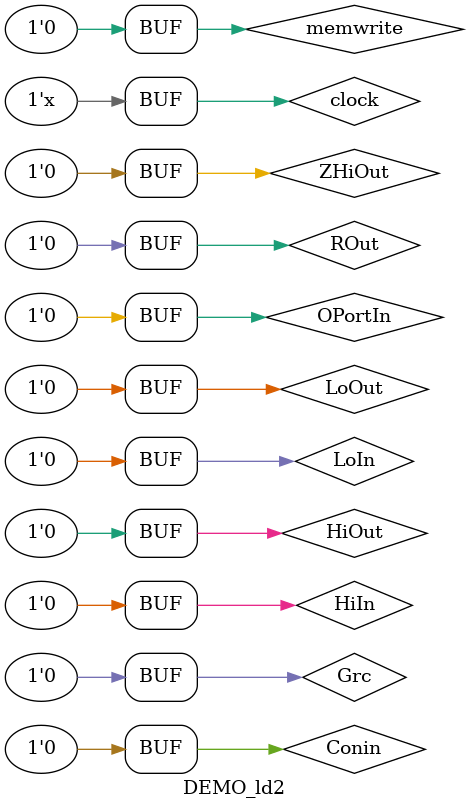
<source format=v>
`timescale 1ns/10ps
module DEMO_ld2();

reg clock, clear;
reg [3:0] present_state;

reg HiIn, LoIn, ZIn, PCIn, MDRIn, MARIn, YIn, OPortIn, IRIn;
initial {HiIn, LoIn, ZIn, PCIn, MDRIn, MARIn, YIn, OPortIn, IRIn} = 0;
reg HiOut, LoOut, ZHiOut, ZLoOut, PCOut, MDROut, IPortOut, COut;
initial {HiOut, LoOut, ZHiOut, ZLoOut, PCOut, MDROut, IPortOut, COut} = 0;

reg [31:0] IPortInput = 0;

reg Gra, Grb, Grc, RIn, ROut, BAOut;
initial {Gra, Grb, Grc, RIn, ROut, BAOut} = 0;

reg Conin = 0;
wire ConOut;

reg memread = 0, memwrite = 0;
reg [4:0] ALUCode = 0;
reg initMem = 0;

DataPath dp(
	clock, clear, 
	HiIn, LoIn, ZIn, PCIn, MDRIn, MARIn, YIn, OPortIn, IRIn,
	HiOut, LoOut, ZHiOut, ZLoOut, PCOut, MDROut, IPortOut, COut,
	IPortInput,
	Gra, Grb, Grc, RIn, ROut, BAOut,
	Conin, ConOut,
	memread, memwrite, 
	ALUCode,
	initMem
);


//states and clock control:
parameter init1 = 4'd1, init2 = 4'd2, init3 = 4'd3, T0 = 4'd4, T1 = 4'd5, T2 = 4'd6, T3 = 4'd7, T4 = 4'd8, T5 = 4'd9, T6 = 4'd10, T7 = 4'd11;//can add more states here
initial begin clock = 0; present_state = 4'd0; end
always #10 clock = ~clock;
always @ (negedge clock) present_state = present_state + 1;



always @(present_state) begin
	case(present_state)
		init1: begin //Preload Register with value
			initMem = 1;
			IPortInput = 32'bxxxxx_0010_xxxx_0000000000001111000;//32'bxxxxx_register_xxxx_value
			IPortOut = 1;
			IRIn = 1;
			#15 IRIn = 0; IPortOut = 0; initMem = 0;
		end
		init2: begin
			Gra = 1;
			RIn = 1;
			COut = 1;
			#15 Gra = 0; RIn = 0; COut = 0;
		end
		init3: begin
			PCIn = 1;
			IPortInput = 32'd312;//preload PC with instruction memory location
			IPortOut = 1;
			#15 PCIn = 0; IPortOut = 0;
		end
		T0: begin
			PCOut = 1; MARIn = 1; ALUCode = 5'b11111; ZIn = 1;
			#15 PCOut = 0; MARIn = 0; ALUCode = 5'b0; ZIn = 0;
		end
		T1: begin
			ZLoOut = 1; PCIn = 1; memread = 1; MDRIn = 1;
			#15 ZLoOut = 0; PCIn = 0; memread = 0; MDRIn = 0;
		end
		T2: begin
			MDROut = 1; IRIn = 1;
			#15 MDROut = 0; IRIn = 0;
		end
		T3: begin
			Grb = 1; BAOut = 1; YIn = 1;
			#15 Grb = 0; BAOut = 0; YIn = 0;
		end
		T4: begin
			COut = 1; ALUCode = 5'b00011; ZIn = 1;
			#15 COut = 0; ZIn = 0;
		end
		T5: begin
			ZLoOut = 1; MARIn = 1;
			#15 ZLoOut = 0; MARIn = 0;
		end
		T6: begin
			memread = 1; MDRIn = 1;
			#15 memread = 0; MDRIn = 0;
		end
		T7: begin
			MDROut = 1; Gra = 1; RIn = 1;
			#15 MDROut = 0; Gra = 0; RIn = 0; 
		end
	endcase
end
endmodule 
</source>
